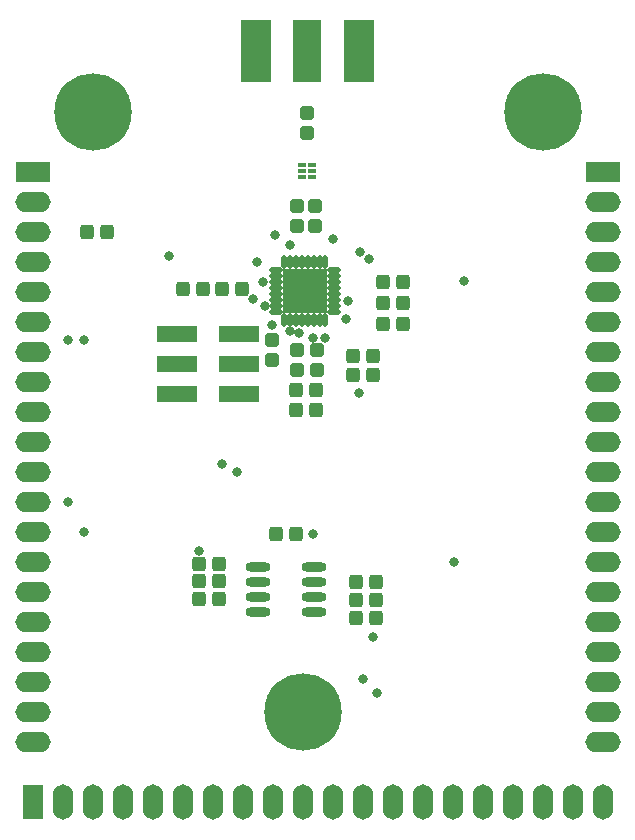
<source format=gts>
G04 Layer_Color=8388736*
%FSLAX25Y25*%
%MOIN*%
G70*
G01*
G75*
%ADD49O,0.04540X0.01784*%
%ADD50O,0.01784X0.04540*%
%ADD51R,0.14973X0.14973*%
%ADD52O,0.08280X0.03162*%
G04:AMPARAMS|DCode=53|XSize=47.37mil|YSize=43.43mil|CornerRadius=8.43mil|HoleSize=0mil|Usage=FLASHONLY|Rotation=90.000|XOffset=0mil|YOffset=0mil|HoleType=Round|Shape=RoundedRectangle|*
%AMROUNDEDRECTD53*
21,1,0.04737,0.02658,0,0,90.0*
21,1,0.03051,0.04343,0,0,90.0*
1,1,0.01686,0.01329,0.01526*
1,1,0.01686,0.01329,-0.01526*
1,1,0.01686,-0.01329,-0.01526*
1,1,0.01686,-0.01329,0.01526*
%
%ADD53ROUNDEDRECTD53*%
%ADD54R,0.02965X0.01784*%
G04:AMPARAMS|DCode=55|XSize=47.37mil|YSize=43.43mil|CornerRadius=8.43mil|HoleSize=0mil|Usage=FLASHONLY|Rotation=180.000|XOffset=0mil|YOffset=0mil|HoleType=Round|Shape=RoundedRectangle|*
%AMROUNDEDRECTD55*
21,1,0.04737,0.02658,0,0,180.0*
21,1,0.03051,0.04343,0,0,180.0*
1,1,0.01686,-0.01526,0.01329*
1,1,0.01686,0.01526,0.01329*
1,1,0.01686,0.01526,-0.01329*
1,1,0.01686,-0.01526,-0.01329*
%
%ADD55ROUNDEDRECTD55*%
%ADD56R,0.13300X0.05288*%
%ADD57R,0.09816X0.20800*%
%ADD58R,0.10308X0.20800*%
%ADD59C,0.25800*%
%ADD60O,0.11800X0.06800*%
%ADD61R,0.11800X0.06800*%
%ADD62O,0.06800X0.11800*%
%ADD63R,0.06800X0.11800*%
%ADD64C,0.03200*%
%ADD65C,0.03162*%
D49*
X208791Y272500D02*
D03*
Y274469D02*
D03*
Y276437D02*
D03*
Y278406D02*
D03*
Y280374D02*
D03*
Y282343D02*
D03*
Y284311D02*
D03*
Y286280D02*
D03*
X189500D02*
D03*
Y284311D02*
D03*
Y282343D02*
D03*
Y280374D02*
D03*
Y278406D02*
D03*
Y276437D02*
D03*
Y274469D02*
D03*
Y272500D02*
D03*
D50*
X206035Y289035D02*
D03*
X204067D02*
D03*
X202098D02*
D03*
X200130D02*
D03*
X198161D02*
D03*
X196193D02*
D03*
X194224D02*
D03*
X192256D02*
D03*
Y269744D02*
D03*
X194224D02*
D03*
X196193D02*
D03*
X198161D02*
D03*
X200130D02*
D03*
X202098D02*
D03*
X204067D02*
D03*
X206035D02*
D03*
D51*
X199146Y279390D02*
D03*
D52*
X202165Y172421D02*
D03*
Y177421D02*
D03*
Y182421D02*
D03*
Y187421D02*
D03*
X183661Y172421D02*
D03*
Y177421D02*
D03*
Y182421D02*
D03*
Y187421D02*
D03*
D53*
X163976Y188583D02*
D03*
X170669D02*
D03*
X216339Y176378D02*
D03*
X223032D02*
D03*
X170669Y176772D02*
D03*
X163976D02*
D03*
X216339Y170472D02*
D03*
X223032D02*
D03*
X170669Y182677D02*
D03*
X163976D02*
D03*
X223031Y182283D02*
D03*
X216339D02*
D03*
X196260Y198425D02*
D03*
X189567D02*
D03*
X126654Y299000D02*
D03*
X133346D02*
D03*
X171654Y280000D02*
D03*
X178346D02*
D03*
X215157Y257874D02*
D03*
X221850D02*
D03*
X196260Y239764D02*
D03*
X202953D02*
D03*
X196260Y246457D02*
D03*
X202953D02*
D03*
X165346Y280000D02*
D03*
X158654D02*
D03*
X225154Y275500D02*
D03*
X231846D02*
D03*
X225154Y268500D02*
D03*
X231846D02*
D03*
X225154Y282500D02*
D03*
X231846D02*
D03*
X215157Y251575D02*
D03*
X221850D02*
D03*
D54*
X198154Y317500D02*
D03*
Y319469D02*
D03*
Y321437D02*
D03*
X201500Y317500D02*
D03*
Y319469D02*
D03*
Y321437D02*
D03*
D55*
X196457Y252953D02*
D03*
Y259646D02*
D03*
X188189Y263189D02*
D03*
Y256496D02*
D03*
X203150Y259646D02*
D03*
Y252953D02*
D03*
X196500Y301154D02*
D03*
Y307846D02*
D03*
X202500Y301154D02*
D03*
Y307846D02*
D03*
X200000Y332154D02*
D03*
Y338846D02*
D03*
D56*
X177177Y265118D02*
D03*
X156685D02*
D03*
X177177Y255118D02*
D03*
X156685D02*
D03*
Y245118D02*
D03*
X177177D02*
D03*
D57*
X200000Y359500D02*
D03*
D58*
X217254D02*
D03*
X182746D02*
D03*
D59*
X278500Y339000D02*
D03*
X128500D02*
D03*
X198500Y139000D02*
D03*
D60*
X298500Y129000D02*
D03*
Y139000D02*
D03*
Y149000D02*
D03*
Y159000D02*
D03*
Y169000D02*
D03*
Y179000D02*
D03*
Y189000D02*
D03*
Y199000D02*
D03*
Y209000D02*
D03*
Y219000D02*
D03*
Y229000D02*
D03*
Y239000D02*
D03*
Y249000D02*
D03*
Y259000D02*
D03*
Y269000D02*
D03*
Y279000D02*
D03*
Y289000D02*
D03*
Y299000D02*
D03*
Y309000D02*
D03*
X108500Y129000D02*
D03*
Y139000D02*
D03*
Y149000D02*
D03*
Y159000D02*
D03*
Y169000D02*
D03*
Y179000D02*
D03*
Y189000D02*
D03*
Y199000D02*
D03*
Y209000D02*
D03*
Y219000D02*
D03*
Y229000D02*
D03*
Y239000D02*
D03*
Y249000D02*
D03*
Y259000D02*
D03*
Y269000D02*
D03*
Y279000D02*
D03*
Y289000D02*
D03*
Y299000D02*
D03*
Y309000D02*
D03*
D61*
X298500Y319000D02*
D03*
X108500D02*
D03*
D62*
X298500Y109000D02*
D03*
X288500D02*
D03*
X278500D02*
D03*
X268500D02*
D03*
X258500D02*
D03*
X248500D02*
D03*
X238500D02*
D03*
X228500D02*
D03*
X218500D02*
D03*
X208500D02*
D03*
X198500D02*
D03*
X188500D02*
D03*
X178500D02*
D03*
X168500D02*
D03*
X158500D02*
D03*
X148500D02*
D03*
X138500D02*
D03*
X128500D02*
D03*
X118500D02*
D03*
D63*
X108500D02*
D03*
D64*
X176669Y219000D02*
D03*
X120079Y209055D02*
D03*
X125600Y199222D02*
D03*
X120079Y262992D02*
D03*
X125600Y263000D02*
D03*
X223228Y145276D02*
D03*
X183200Y288980D02*
D03*
X189370Y298031D02*
D03*
X181889Y276771D02*
D03*
X186000Y274469D02*
D03*
X188189Y268110D02*
D03*
X222047Y164173D02*
D03*
X218504Y150000D02*
D03*
X163779Y192913D02*
D03*
X171653Y221654D02*
D03*
X213386Y275984D02*
D03*
X248819Y188976D02*
D03*
X201969Y198425D02*
D03*
X217323Y245276D02*
D03*
X201969Y263779D02*
D03*
X194224Y266076D02*
D03*
X185374Y282343D02*
D03*
X194224Y294752D02*
D03*
X208400Y296900D02*
D03*
X252300Y282900D02*
D03*
X217400Y292500D02*
D03*
X220689Y290200D02*
D03*
X153800Y291000D02*
D03*
X212900Y270000D02*
D03*
X205900Y263800D02*
D03*
X197200Y265500D02*
D03*
D65*
X203476Y275059D02*
D03*
X199146D02*
D03*
X194815D02*
D03*
X203476Y279390D02*
D03*
X199146D02*
D03*
X194815D02*
D03*
X203476Y283720D02*
D03*
X199146D02*
D03*
X194815D02*
D03*
M02*

</source>
